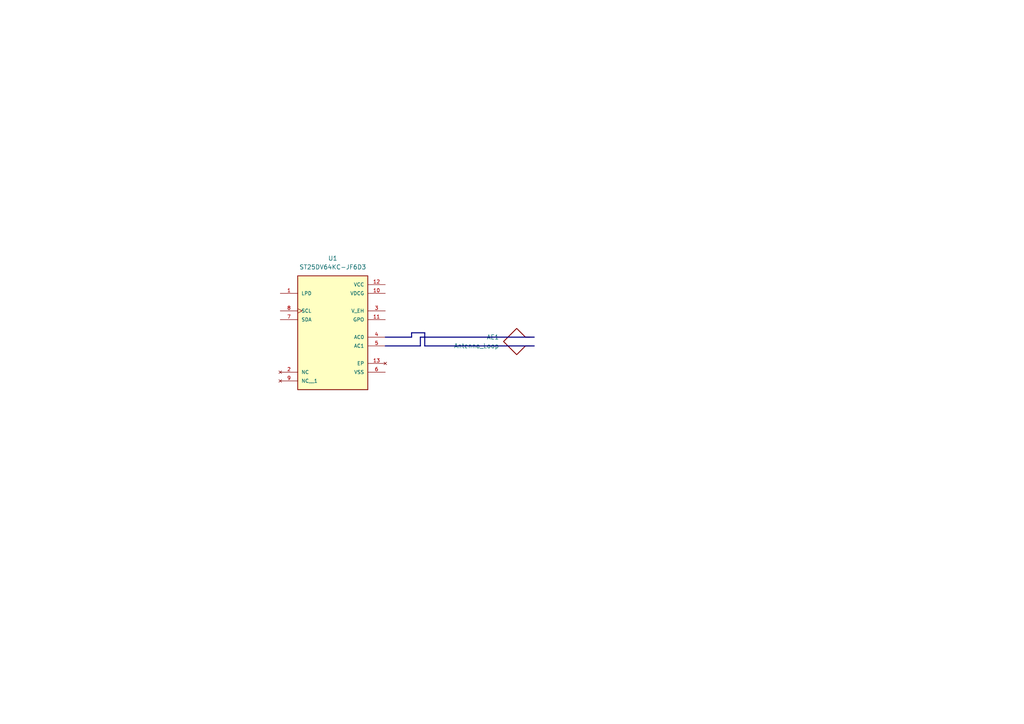
<source format=kicad_sch>
(kicad_sch (version 20250114) (generator "eeschema") (generator_version "9.0")
  (paper "A4")
  (lib_symbols
    (symbol "Device:Antenna_Loop" (pin_numbers (hide yes)) (pin_names (offset 1.016) (hide yes))
      (property "Reference" "AE" (at 1.27 6.35 0))
      (property "Value" "Antenna_Loop" (at 1.27 5.08 0))
      (symbol "Antenna_Loop_0_1"
        (polyline (pts (xy 2.54 -3.81) (xy 2.54 -2.54) (xy 5.08 0) (xy 1.27 3.81) (xy -2.54 0) (xy 0 -2.54) (xy 0 -3.81)) (stroke (width 0.254)))
      )
      (symbol "Antenna_Loop_1_1"
        (pin input line (at 0 -5.08 90) (length 2.54) (name "~") (number "1"))
        (pin input line (at 2.54 -5.08 90) (length 2.54) (name "~") (number "2"))
      )
    )
    (symbol "ST25DV64KC-JF6D3:ST25DV64KC-JF6D3" (pin_names (offset 1.016))
      (property "Reference" "U" (at -10.16 15.24 0))
      (property "Value" "ST25DV64KC-JF6D3" (at -10.16 -20.32 0))
      (symbol "ST25DV64KC-JF6D3_0_0"
        (rectangle (start -10.16 -17.78) (end 10.16 15.24) (stroke (width 0.254)) (fill (type background)))
        (pin input line (at -15.24 10.16 0) (length 5.08) (name "LPD") (number "1"))
        (pin input clock (at -15.24 5.08 0) (length 5.08) (name "SCL") (number "8"))
        (pin bidirectional line (at -15.24 2.54 0) (length 5.08) (name "SDA") (number "7"))
        (pin no_connect line (at -15.24 -12.7 0) (length 5.08) (name "NC") (number "2"))
        (pin no_connect line (at -15.24 -15.24 0) (length 5.08) (name "NC__1") (number "9"))
        (pin power_in line (at 15.24 12.7 180) (length 5.08) (name "VCC") (number "12"))
        (pin power_in line (at 15.24 10.16 180) (length 5.08) (name "VDCG") (number "10"))
        (pin output line (at 15.24 5.08 180) (length 5.08) (name "V_EH") (number "3"))
        (pin output line (at 15.24 2.54 180) (length 5.08) (name "GPO") (number "11"))
        (pin bidirectional line (at 15.24 -2.54 180) (length 5.08) (name "AC0") (number "4"))
        (pin bidirectional line (at 15.24 -5.08 180) (length 5.08) (name "AC1") (number "5"))
        (pin no_connect line (at 15.24 -10.16 180) (length 5.08) (name "EP") (number "13"))
        (pin power_in line (at 15.24 -12.7 180) (length 5.08) (name "VSS") (number "6"))
      )
    )
  )
  (bus (pts (xy 121.92 97.79) (xy 121.92 100.33)))
  (bus (pts (xy 111.76 100.33) (xy 121.92 100.33)))
  (bus (pts (xy 119.38 96.52) (xy 119.38 97.79)))
  (bus (pts (xy 123.19 96.52) (xy 119.38 96.52)))
  (bus (pts (xy 123.19 100.33) (xy 123.19 96.52)))
  (bus (pts (xy 123.19 100.33) (xy 154.94 100.33)))
  (bus (pts (xy 121.92 97.79) (xy 154.94 97.79)))
  (bus (pts (xy 111.76 97.79) (xy 119.38 97.79)))
  (symbol (lib_id "Device:Antenna_Loop") (at 149.86 97.79 90) (mirror x) (unit 1)
    (property "Reference" "AE1" (at 144.78 97.7899 90) (effects (justify left)))
    (property "Value" "Antenna_Loop" (at 144.78 100.3299 90) (effects (justify left)))
    (property "Footprint" "voltai_card:voltai-rf-ant" (effects (hide yes)))
    (property "Description" "Loop antenna" (effects (hide yes)))
  )
  (symbol (lib_id "ST25DV64KC-JF6D3:ST25DV64KC-JF6D3") (at 96.52 95.25 0) (unit 1)
    (property "Reference" "U1" (at 96.52 74.93 0))
    (property "Value" "ST25DV64KC-JF6D3" (at 96.52 77.47 0))
    (property "Footprint" "ST25DV64KC_JF6D3:PSON50P300X300X60-13N" (effects (hide yes)))
    (property "PARTREV" "6" (effects (hide yes)))
    (property "STANDARD" "IPC-7351B" (effects (hide yes)))
    (property "SNAPEDA_PN" "ST25DV64KC-JF6D3" (effects (hide yes)))
    (property "MAXIMUM_PACKAGE_HEIGHT" "0.6mm" (effects (hide yes)))
    (property "MANUFACTURER" "ST Microelectronics" (effects (hide yes)))
  )
)
</source>
